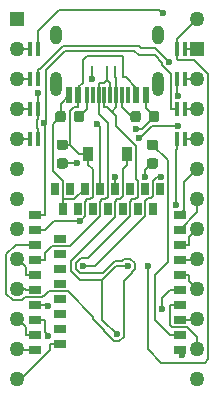
<source format=gtl>
G04 #@! TF.GenerationSoftware,KiCad,Pcbnew,(5.1.6)-1*
G04 #@! TF.CreationDate,2020-06-11T17:33:57+01:00*
G04 #@! TF.ProjectId,nrfmicro,6e72666d-6963-4726-9f2e-6b696361645f,rev?*
G04 #@! TF.SameCoordinates,Original*
G04 #@! TF.FileFunction,Copper,L1,Top*
G04 #@! TF.FilePolarity,Positive*
%FSLAX46Y46*%
G04 Gerber Fmt 4.6, Leading zero omitted, Abs format (unit mm)*
G04 Created by KiCad (PCBNEW (5.1.6)-1) date 2020-06-11 17:33:57*
%MOMM*%
%LPD*%
G01*
G04 APERTURE LIST*
G04 #@! TA.AperFunction,ComponentPad*
%ADD10R,1.000000X0.650000*%
G04 #@! TD*
G04 #@! TA.AperFunction,SMDPad,CuDef*
%ADD11R,1.000000X0.650000*%
G04 #@! TD*
G04 #@! TA.AperFunction,SMDPad,CuDef*
%ADD12R,0.650000X1.000000*%
G04 #@! TD*
G04 #@! TA.AperFunction,ComponentPad*
%ADD13R,0.650000X1.000000*%
G04 #@! TD*
G04 #@! TA.AperFunction,SMDPad,CuDef*
%ADD14R,0.600000X1.450000*%
G04 #@! TD*
G04 #@! TA.AperFunction,SMDPad,CuDef*
%ADD15R,0.300000X1.450000*%
G04 #@! TD*
G04 #@! TA.AperFunction,ComponentPad*
%ADD16O,1.000000X2.100000*%
G04 #@! TD*
G04 #@! TA.AperFunction,ComponentPad*
%ADD17O,1.000000X1.600000*%
G04 #@! TD*
G04 #@! TA.AperFunction,SMDPad,CuDef*
%ADD18R,0.900000X1.200000*%
G04 #@! TD*
G04 #@! TA.AperFunction,ComponentPad*
%ADD19R,1.250000X1.250000*%
G04 #@! TD*
G04 #@! TA.AperFunction,ComponentPad*
%ADD20C,1.270000*%
G04 #@! TD*
G04 #@! TA.AperFunction,ComponentPad*
%ADD21R,1.270000X1.270000*%
G04 #@! TD*
G04 #@! TA.AperFunction,SMDPad,CuDef*
%ADD22R,0.400000X1.143000*%
G04 #@! TD*
G04 #@! TA.AperFunction,ViaPad*
%ADD23C,0.600000*%
G04 #@! TD*
G04 #@! TA.AperFunction,Conductor*
%ADD24C,0.200000*%
G04 #@! TD*
G04 APERTURE END LIST*
D10*
X99761000Y-128415000D03*
D11*
X109921000Y-126383000D03*
X109921000Y-127653000D03*
X109921000Y-128923000D03*
X109921000Y-130193000D03*
X109921000Y-131463000D03*
X109921000Y-132733000D03*
X109921000Y-134003000D03*
X109921000Y-135273000D03*
X109921000Y-136543000D03*
X109921000Y-137813000D03*
X97683000Y-130193000D03*
X97683000Y-137813000D03*
X97683000Y-131463000D03*
X97683000Y-136543000D03*
X97683000Y-135273000D03*
X97683000Y-134003000D03*
X97683000Y-128923000D03*
X97683000Y-132733000D03*
X97683000Y-127653000D03*
X97683000Y-126383000D03*
D12*
X100652000Y-124164000D03*
X108272000Y-124164000D03*
X101922000Y-124164000D03*
X107002000Y-124164000D03*
X105732000Y-124164000D03*
X104462000Y-124164000D03*
X99382000Y-124164000D03*
X103192000Y-124164000D03*
D10*
X99761000Y-129685000D03*
X99761000Y-130955000D03*
X99761000Y-132225000D03*
X99761000Y-133495000D03*
X99761000Y-134765000D03*
X99761000Y-136035000D03*
X99761000Y-137305000D03*
D13*
X106365000Y-125875000D03*
X107635000Y-125875000D03*
X102555000Y-125875000D03*
X105095000Y-125875000D03*
X101285000Y-125875000D03*
X100015000Y-125875000D03*
X103825000Y-125875000D03*
D14*
X100577000Y-116238000D03*
X107027000Y-116238000D03*
X101352000Y-116238000D03*
X106252000Y-116238000D03*
D15*
X105552000Y-116238000D03*
X102052000Y-116238000D03*
X105052000Y-116238000D03*
X102552000Y-116238000D03*
X104552000Y-116238000D03*
X103052000Y-116238000D03*
X103552000Y-116238000D03*
X104052000Y-116238000D03*
D16*
X108122000Y-115323000D03*
X99482000Y-115323000D03*
D17*
X108122000Y-111143000D03*
X99482000Y-111143000D03*
D18*
X102152000Y-121243000D03*
X105452000Y-121243000D03*
G04 #@! TA.AperFunction,SMDPad,CuDef*
G36*
G01*
X107327000Y-118324250D02*
X107327000Y-117811750D01*
G75*
G02*
X107545750Y-117593000I218750J0D01*
G01*
X107983250Y-117593000D01*
G75*
G02*
X108202000Y-117811750I0J-218750D01*
G01*
X108202000Y-118324250D01*
G75*
G02*
X107983250Y-118543000I-218750J0D01*
G01*
X107545750Y-118543000D01*
G75*
G02*
X107327000Y-118324250I0J218750D01*
G01*
G37*
G04 #@! TD.AperFunction*
G04 #@! TA.AperFunction,SMDPad,CuDef*
G36*
G01*
X105752000Y-118324250D02*
X105752000Y-117811750D01*
G75*
G02*
X105970750Y-117593000I218750J0D01*
G01*
X106408250Y-117593000D01*
G75*
G02*
X106627000Y-117811750I0J-218750D01*
G01*
X106627000Y-118324250D01*
G75*
G02*
X106408250Y-118543000I-218750J0D01*
G01*
X105970750Y-118543000D01*
G75*
G02*
X105752000Y-118324250I0J218750D01*
G01*
G37*
G04 #@! TD.AperFunction*
G04 #@! TA.AperFunction,SMDPad,CuDef*
G36*
G01*
X100277000Y-117811750D02*
X100277000Y-118324250D01*
G75*
G02*
X100058250Y-118543000I-218750J0D01*
G01*
X99620750Y-118543000D01*
G75*
G02*
X99402000Y-118324250I0J218750D01*
G01*
X99402000Y-117811750D01*
G75*
G02*
X99620750Y-117593000I218750J0D01*
G01*
X100058250Y-117593000D01*
G75*
G02*
X100277000Y-117811750I0J-218750D01*
G01*
G37*
G04 #@! TD.AperFunction*
G04 #@! TA.AperFunction,SMDPad,CuDef*
G36*
G01*
X101852000Y-117811750D02*
X101852000Y-118324250D01*
G75*
G02*
X101633250Y-118543000I-218750J0D01*
G01*
X101195750Y-118543000D01*
G75*
G02*
X100977000Y-118324250I0J218750D01*
G01*
X100977000Y-117811750D01*
G75*
G02*
X101195750Y-117593000I218750J0D01*
G01*
X101633250Y-117593000D01*
G75*
G02*
X101852000Y-117811750I0J-218750D01*
G01*
G37*
G04 #@! TD.AperFunction*
D19*
X111422000Y-112353000D03*
D20*
X111422000Y-114893000D03*
X111422000Y-117433000D03*
X111422000Y-119973000D03*
X111422000Y-122513000D03*
X111422000Y-125053000D03*
X111422000Y-127593000D03*
X111422000Y-130133000D03*
X111422000Y-132673000D03*
X111422000Y-135213000D03*
X111422000Y-137753000D03*
X111422000Y-140293000D03*
X96182000Y-140293000D03*
X96182000Y-137753000D03*
X96182000Y-135213000D03*
X96182000Y-132673000D03*
X96182000Y-130133000D03*
X96182000Y-127593000D03*
X96182000Y-125053000D03*
X96182000Y-122513000D03*
X96182000Y-119973000D03*
X96182000Y-117433000D03*
X96182000Y-114893000D03*
X96182000Y-112353000D03*
X111421533Y-109812775D03*
D21*
X96181533Y-109812775D03*
D22*
X97261000Y-112353000D03*
X97896000Y-112353000D03*
X97261000Y-117433000D03*
X97896000Y-117433000D03*
X110342500Y-112353000D03*
X109707500Y-112353000D03*
X110342500Y-119973000D03*
X109707500Y-119973000D03*
X97261000Y-114893000D03*
X97896000Y-114893000D03*
X97261000Y-119973000D03*
X97896000Y-119973000D03*
X110342500Y-114893000D03*
X109707500Y-114893000D03*
X110342500Y-117433000D03*
X109707500Y-117433000D03*
G04 #@! TA.AperFunction,SMDPad,CuDef*
G36*
G01*
X100247750Y-120893000D02*
X99735250Y-120893000D01*
G75*
G02*
X99516500Y-120674250I0J218750D01*
G01*
X99516500Y-120236750D01*
G75*
G02*
X99735250Y-120018000I218750J0D01*
G01*
X100247750Y-120018000D01*
G75*
G02*
X100466500Y-120236750I0J-218750D01*
G01*
X100466500Y-120674250D01*
G75*
G02*
X100247750Y-120893000I-218750J0D01*
G01*
G37*
G04 #@! TD.AperFunction*
G04 #@! TA.AperFunction,SMDPad,CuDef*
G36*
G01*
X100247750Y-122468000D02*
X99735250Y-122468000D01*
G75*
G02*
X99516500Y-122249250I0J218750D01*
G01*
X99516500Y-121811750D01*
G75*
G02*
X99735250Y-121593000I218750J0D01*
G01*
X100247750Y-121593000D01*
G75*
G02*
X100466500Y-121811750I0J-218750D01*
G01*
X100466500Y-122249250D01*
G75*
G02*
X100247750Y-122468000I-218750J0D01*
G01*
G37*
G04 #@! TD.AperFunction*
G04 #@! TA.AperFunction,SMDPad,CuDef*
G36*
G01*
X107868250Y-120893000D02*
X107355750Y-120893000D01*
G75*
G02*
X107137000Y-120674250I0J218750D01*
G01*
X107137000Y-120236750D01*
G75*
G02*
X107355750Y-120018000I218750J0D01*
G01*
X107868250Y-120018000D01*
G75*
G02*
X108087000Y-120236750I0J-218750D01*
G01*
X108087000Y-120674250D01*
G75*
G02*
X107868250Y-120893000I-218750J0D01*
G01*
G37*
G04 #@! TD.AperFunction*
G04 #@! TA.AperFunction,SMDPad,CuDef*
G36*
G01*
X107868250Y-122468000D02*
X107355750Y-122468000D01*
G75*
G02*
X107137000Y-122249250I0J218750D01*
G01*
X107137000Y-121811750D01*
G75*
G02*
X107355750Y-121593000I218750J0D01*
G01*
X107868250Y-121593000D01*
G75*
G02*
X108087000Y-121811750I0J-218750D01*
G01*
X108087000Y-122249250D01*
G75*
G02*
X107868250Y-122468000I-218750J0D01*
G01*
G37*
G04 #@! TD.AperFunction*
D23*
X106197500Y-119102400D03*
X108458900Y-134401900D03*
X102479500Y-114924000D03*
X102893700Y-118678400D03*
X109642300Y-125517500D03*
X98467500Y-118632700D03*
X101443700Y-126875400D03*
X107249200Y-130732700D03*
X110151533Y-138260775D03*
X109044900Y-113484000D03*
X108490000Y-109335200D03*
X108303500Y-123155600D03*
X101718800Y-130748800D03*
X107020600Y-123163600D03*
X101199200Y-121968600D03*
X98804200Y-136612900D03*
X98808400Y-134076700D03*
X104470300Y-123161800D03*
X97897400Y-116103300D03*
X106450200Y-119902800D03*
X109810900Y-118869200D03*
X109810900Y-116348300D03*
X104575500Y-136471700D03*
X105506900Y-130741900D03*
D24*
X107764500Y-118068000D02*
X106730100Y-119102400D01*
X106730100Y-119102400D02*
X106197500Y-119102400D01*
X100015000Y-125074700D02*
X100015000Y-123504800D01*
X100015000Y-123504800D02*
X99204100Y-122693900D01*
X99204100Y-122693900D02*
X99204100Y-118703400D01*
X99204100Y-118703400D02*
X99839500Y-118068000D01*
X101922000Y-124164000D02*
X101011300Y-125074700D01*
X101011300Y-125074700D02*
X100015000Y-125074700D01*
X100015000Y-125875000D02*
X100015000Y-125074700D01*
X107764500Y-118068000D02*
X107027000Y-117330500D01*
X107027000Y-117330500D02*
X107027000Y-116238000D01*
X109120700Y-132733000D02*
X108458900Y-133394800D01*
X108458900Y-133394800D02*
X108458900Y-134401900D01*
X109921000Y-132733000D02*
X109120700Y-132733000D01*
X102502000Y-113817000D02*
X102502000Y-114901500D01*
X102502000Y-114901500D02*
X102479500Y-114924000D01*
X100577000Y-116238000D02*
X99839500Y-116975500D01*
X99839500Y-116975500D02*
X99839500Y-118068000D01*
X102893700Y-118678400D02*
X103192000Y-118976700D01*
X103192000Y-118976700D02*
X103192000Y-124164000D01*
X109707500Y-120844800D02*
X109642300Y-120910000D01*
X109642300Y-120910000D02*
X109642300Y-125517500D01*
X109707500Y-119973000D02*
X109707500Y-120844800D01*
X98483300Y-118632700D02*
X98467500Y-118632700D01*
X109207200Y-117433000D02*
X109207200Y-114495200D01*
X109207200Y-114495200D02*
X108444600Y-113732600D01*
X108444600Y-113732600D02*
X108444600Y-113505500D01*
X108444600Y-113505500D02*
X107832500Y-112893400D01*
X107832500Y-112893400D02*
X106480300Y-112893400D01*
X106480300Y-112893400D02*
X106080100Y-112493200D01*
X106080100Y-112493200D02*
X100180900Y-112493200D01*
X100180900Y-112493200D02*
X98581500Y-114092600D01*
X98581500Y-114092600D02*
X98581500Y-118534500D01*
X98581500Y-118534500D02*
X98483300Y-118632700D01*
X98483300Y-126383000D02*
X98483300Y-118632700D01*
X109707500Y-117433000D02*
X109207200Y-117433000D01*
X97683000Y-126383000D02*
X98483300Y-126383000D01*
X109921000Y-130193000D02*
X111362000Y-130193000D01*
X111362000Y-130193000D02*
X111422000Y-130133000D01*
X109921000Y-128923000D02*
X110721300Y-128923000D01*
X110721300Y-128923000D02*
X110721300Y-128293700D01*
X110721300Y-128293700D02*
X111422000Y-127593000D01*
X109921000Y-126383000D02*
X110297500Y-126006500D01*
X110297500Y-126006500D02*
X110297500Y-123637500D01*
X110297500Y-123637500D02*
X111422000Y-122513000D01*
X109921000Y-127653000D02*
X111422000Y-126152000D01*
X111422000Y-126152000D02*
X111422000Y-125053000D01*
X97683000Y-137813000D02*
X96242000Y-137813000D01*
X96242000Y-137813000D02*
X96182000Y-137753000D01*
X97683000Y-136543000D02*
X96882700Y-136543000D01*
X96882700Y-136543000D02*
X96882700Y-135913700D01*
X96882700Y-135913700D02*
X96182000Y-135213000D01*
X105102000Y-113817000D02*
X105102000Y-114717300D01*
X105102000Y-114717300D02*
X105350600Y-114717300D01*
X105350600Y-114717300D02*
X106252000Y-115618700D01*
X106252000Y-115618700D02*
X106252000Y-116238000D01*
X105102000Y-113810600D02*
X105102000Y-113817000D01*
X101401700Y-121243000D02*
X100675800Y-120517100D01*
X100675800Y-120517100D02*
X100675800Y-120455500D01*
X100675800Y-120455500D02*
X100675800Y-117597500D01*
X100675800Y-117597500D02*
X101010000Y-117263300D01*
X101010000Y-117263300D02*
X101352000Y-117263300D01*
X100675800Y-120455500D02*
X99991500Y-120455500D01*
X101352000Y-116238000D02*
X101352000Y-117263300D01*
X102152000Y-121243000D02*
X101401700Y-121243000D01*
X101443700Y-126875400D02*
X101560500Y-126875400D01*
X101560500Y-126875400D02*
X101910400Y-126525500D01*
X101910400Y-126525500D02*
X101910400Y-125265600D01*
X101910400Y-125265600D02*
X102101400Y-125074600D01*
X102101400Y-125074600D02*
X102324500Y-125074600D01*
X102324500Y-125074600D02*
X102547300Y-124851800D01*
X102547300Y-124851800D02*
X102547300Y-122538600D01*
X102547300Y-122538600D02*
X102152000Y-122143300D01*
X101443700Y-126875400D02*
X99260900Y-126875400D01*
X99260900Y-126875400D02*
X98483300Y-127653000D01*
X97683000Y-127653000D02*
X98483300Y-127653000D01*
X102152000Y-121243000D02*
X102152000Y-122143300D01*
X105102000Y-112916700D02*
X102090400Y-112916700D01*
X102090400Y-112916700D02*
X101696200Y-113310900D01*
X101696200Y-113310900D02*
X101696200Y-115191600D01*
X101696200Y-115191600D02*
X101352000Y-115535800D01*
X101352000Y-115535800D02*
X101352000Y-116238000D01*
X105102000Y-113810600D02*
X105102000Y-112916700D01*
X111422000Y-109686000D02*
X111422000Y-109766700D01*
X111422000Y-109766700D02*
X109707500Y-111481200D01*
X109707500Y-112353000D02*
X109707500Y-111481200D01*
X111138200Y-113278800D02*
X109761500Y-113278800D01*
X112357400Y-114498000D02*
X111138200Y-113278800D01*
X107249200Y-137771442D02*
X108373533Y-138895775D01*
X107249200Y-130732700D02*
X107249200Y-137771442D01*
X108373533Y-138895775D02*
X112056533Y-138895775D01*
X109707500Y-113224800D02*
X109707500Y-112353000D01*
X112056533Y-138895775D02*
X112357400Y-138594908D01*
X109761500Y-113278800D02*
X109707500Y-113224800D01*
X112357400Y-138594908D02*
X112357400Y-114498000D01*
X98483300Y-130193000D02*
X98483300Y-129645900D01*
X98483300Y-129645900D02*
X99069600Y-129059600D01*
X99069600Y-129059600D02*
X100632000Y-129059600D01*
X100632000Y-129059600D02*
X103180400Y-126511200D01*
X103180400Y-126511200D02*
X103180400Y-125265600D01*
X103180400Y-125265600D02*
X103371400Y-125074600D01*
X103371400Y-125074600D02*
X103594500Y-125074600D01*
X103594500Y-125074600D02*
X103817300Y-124851800D01*
X103817300Y-124851800D02*
X103817300Y-118582300D01*
X103817300Y-118582300D02*
X103052000Y-117817000D01*
X103052000Y-117817000D02*
X103052000Y-116238000D01*
X97683000Y-130193000D02*
X98483300Y-130193000D01*
X103052000Y-115212700D02*
X103497600Y-115212700D01*
X103497600Y-115212700D02*
X103774800Y-114935500D01*
X103802000Y-113817000D02*
X103802000Y-114908300D01*
X103802000Y-114908300D02*
X103774800Y-114935500D01*
X104052000Y-115212700D02*
X103774800Y-114935500D01*
X104052000Y-116238000D02*
X104052000Y-115212700D01*
X103052000Y-116238000D02*
X103052000Y-115212700D01*
X104158400Y-117656900D02*
X104512500Y-118011100D01*
X104512500Y-118011100D02*
X104512500Y-118827600D01*
X104512500Y-118827600D02*
X106208400Y-120523500D01*
X106208400Y-120523500D02*
X106208400Y-123385800D01*
X106208400Y-123385800D02*
X106357300Y-123534700D01*
X106357300Y-123534700D02*
X106357300Y-124851800D01*
X106357300Y-124851800D02*
X106134500Y-125074600D01*
X106134500Y-125074600D02*
X105911400Y-125074600D01*
X105911400Y-125074600D02*
X105720400Y-125265600D01*
X105720400Y-125265600D02*
X105720400Y-126501200D01*
X105720400Y-126501200D02*
X102135800Y-130085800D01*
X102135800Y-130085800D02*
X101532900Y-130085800D01*
X101532900Y-130085800D02*
X101118500Y-130500200D01*
X101118500Y-130500200D02*
X101118500Y-130997400D01*
X101118500Y-130997400D02*
X101470200Y-131349100D01*
X101470200Y-131349100D02*
X101977900Y-131349100D01*
X101977900Y-131349100D02*
X102040600Y-131286400D01*
X102040600Y-131286400D02*
X103407100Y-131286400D01*
X103407100Y-131286400D02*
X104422900Y-130270600D01*
X104422900Y-130270600D02*
X105052900Y-130270600D01*
X105052900Y-130270600D02*
X105089600Y-130233900D01*
X105089600Y-130233900D02*
X105098900Y-130233900D01*
X105098900Y-130233900D02*
X105191200Y-130141600D01*
X105191200Y-130141600D02*
X105755600Y-130141600D01*
X105755600Y-130141600D02*
X106107200Y-130493200D01*
X106107200Y-130493200D02*
X106107200Y-130990600D01*
X106107200Y-130990600D02*
X106065300Y-131032500D01*
X106065300Y-131032500D02*
X106065300Y-131082900D01*
X106065300Y-131082900D02*
X105877400Y-131270800D01*
X105877400Y-131270800D02*
X105877400Y-131290600D01*
X105877400Y-131290600D02*
X105175800Y-131992200D01*
X105175800Y-131992200D02*
X105175800Y-136720400D01*
X105175800Y-136720400D02*
X104824200Y-137072000D01*
X104824200Y-137072000D02*
X104318500Y-137072000D01*
X104318500Y-137072000D02*
X103506000Y-136259500D01*
X103506000Y-136259500D02*
X103506000Y-136144800D01*
X103506000Y-136144800D02*
X102566600Y-135205400D01*
X102566600Y-135205400D02*
X102566600Y-135010100D01*
X102566600Y-135010100D02*
X100426100Y-132869600D01*
X100426100Y-132869600D02*
X98837500Y-132869600D01*
X98837500Y-132869600D02*
X98547300Y-133159800D01*
X98547300Y-133159800D02*
X98510000Y-133159800D01*
X98510000Y-133159800D02*
X98509800Y-133160000D01*
X98509800Y-133160000D02*
X98508700Y-133160000D01*
X98508700Y-133160000D02*
X98504500Y-133164200D01*
X98504500Y-133164200D02*
X98504400Y-133164200D01*
X98504400Y-133164200D02*
X98291000Y-133377600D01*
X98291000Y-133377600D02*
X96800400Y-133377600D01*
X96800400Y-133377600D02*
X96550000Y-133628000D01*
X96550000Y-133628000D02*
X95792700Y-133628000D01*
X95792700Y-133628000D02*
X95240500Y-133075800D01*
X95240500Y-133075800D02*
X95240500Y-129733400D01*
X95240500Y-129733400D02*
X96050900Y-128923000D01*
X96050900Y-128923000D02*
X97683000Y-128923000D01*
X103552000Y-117263300D02*
X103764700Y-117263300D01*
X103764700Y-117263300D02*
X104158400Y-117656900D01*
X104158400Y-117656900D02*
X104552000Y-117263300D01*
X103552000Y-116238000D02*
X103552000Y-117263300D01*
X104552000Y-116238000D02*
X104552000Y-117263300D01*
X104452000Y-114267100D02*
X104452000Y-113817000D01*
X104452000Y-114267100D02*
X104452000Y-114717300D01*
X104552000Y-116238000D02*
X104552000Y-114817300D01*
X104552000Y-114817300D02*
X104452000Y-114717300D01*
X109921000Y-131463000D02*
X110721300Y-131463000D01*
X110721300Y-131463000D02*
X110721300Y-131972300D01*
X110721300Y-131972300D02*
X111422000Y-132673000D01*
X111202532Y-140073532D02*
X111422000Y-140293000D01*
X109921000Y-137813000D02*
X109921000Y-137903242D01*
X109921000Y-137813000D02*
X109921000Y-138030242D01*
X109921000Y-138030242D02*
X110151533Y-138260775D01*
X97683000Y-131463000D02*
X96882700Y-131463000D01*
X96882700Y-131463000D02*
X96882700Y-130833700D01*
X96882700Y-130833700D02*
X96182000Y-130133000D01*
X97683000Y-132733000D02*
X96882700Y-132733000D01*
X96882700Y-132733000D02*
X96822700Y-132673000D01*
X96822700Y-132673000D02*
X96182000Y-132673000D01*
X109120700Y-136543000D02*
X107858600Y-135280900D01*
X107858600Y-135280900D02*
X107858600Y-131485000D01*
X107858600Y-131485000D02*
X108936900Y-130406700D01*
X108936900Y-130406700D02*
X108936900Y-121780400D01*
X108936900Y-121780400D02*
X107612000Y-120455500D01*
X109921000Y-136543000D02*
X109120700Y-136543000D01*
X109921000Y-135273000D02*
X110721300Y-135273000D01*
X110721300Y-135273000D02*
X110781300Y-135213000D01*
X110781300Y-135213000D02*
X111422000Y-135213000D01*
X109921000Y-134003000D02*
X109120700Y-134003000D01*
X109120700Y-134003000D02*
X109120700Y-135722500D01*
X109120700Y-135722500D02*
X109296600Y-135898400D01*
X109296600Y-135898400D02*
X110548000Y-135898400D01*
X110548000Y-135898400D02*
X111422000Y-136772400D01*
X111422000Y-136772400D02*
X111422000Y-137753000D01*
X97896000Y-114893000D02*
X97896000Y-114021200D01*
X109044900Y-113484000D02*
X107854000Y-112293100D01*
X107854000Y-112293100D02*
X106646400Y-112293100D01*
X106646400Y-112293100D02*
X106445800Y-112092500D01*
X106445800Y-112092500D02*
X100015300Y-112092500D01*
X100015300Y-112092500D02*
X98086600Y-114021200D01*
X98086600Y-114021200D02*
X97896000Y-114021200D01*
X97896000Y-112353000D02*
X97896000Y-110824100D01*
X97896000Y-110824100D02*
X99670900Y-109049200D01*
X99670900Y-109049200D02*
X108204000Y-109049200D01*
X108204000Y-109049200D02*
X108490000Y-109335200D01*
X108303500Y-123155600D02*
X108030700Y-123155600D01*
X108030700Y-123155600D02*
X107646700Y-123539600D01*
X107646700Y-123539600D02*
X107646700Y-124769000D01*
X107646700Y-124769000D02*
X107451400Y-124964300D01*
X107451400Y-124964300D02*
X107263900Y-124964300D01*
X107263900Y-124964300D02*
X106990400Y-125237800D01*
X106990400Y-125237800D02*
X106990400Y-126513900D01*
X106990400Y-126513900D02*
X102755500Y-130748800D01*
X102755500Y-130748800D02*
X101718800Y-130748800D01*
X110342500Y-112353000D02*
X111422000Y-112353000D01*
X110342500Y-114893000D02*
X111422000Y-114893000D01*
X110342500Y-117433000D02*
X111422000Y-117433000D01*
X110342500Y-119973000D02*
X111422000Y-119973000D01*
X97261000Y-119973000D02*
X96182000Y-119973000D01*
X97261000Y-117433000D02*
X96182000Y-117433000D01*
X97261000Y-114893000D02*
X96182000Y-114893000D01*
X97261000Y-112353000D02*
X96182000Y-112353000D01*
X107612000Y-122030500D02*
X107020600Y-122621900D01*
X107020600Y-122621900D02*
X107020600Y-123163600D01*
X99761000Y-137305000D02*
X98960700Y-137305000D01*
X98960700Y-137305000D02*
X98960700Y-137826300D01*
X98960700Y-137826300D02*
X96494000Y-140293000D01*
X96494000Y-140293000D02*
X96182000Y-140293000D01*
X99991500Y-122030500D02*
X101137300Y-122030500D01*
X101137300Y-122030500D02*
X101199200Y-121968600D01*
X98483300Y-135273000D02*
X98483300Y-136292000D01*
X98483300Y-136292000D02*
X98804200Y-136612900D01*
X97683000Y-135273000D02*
X98483300Y-135273000D01*
X98483300Y-134003000D02*
X98734700Y-134003000D01*
X98734700Y-134003000D02*
X98808400Y-134076700D01*
X97683000Y-134003000D02*
X98483300Y-134003000D01*
X104462000Y-124164000D02*
X104462000Y-123170100D01*
X104462000Y-123170100D02*
X104470300Y-123161800D01*
X109810900Y-118869200D02*
X107593200Y-118869200D01*
X107593200Y-118869200D02*
X106559600Y-119902800D01*
X106559600Y-119902800D02*
X106450200Y-119902800D01*
X97896000Y-116561200D02*
X97896000Y-116104700D01*
X97896000Y-116104700D02*
X97897400Y-116103300D01*
X97896000Y-117433000D02*
X97896000Y-116561200D01*
X97896000Y-119973000D02*
X97896000Y-119101200D01*
X97896000Y-117433000D02*
X97896000Y-118304800D01*
X97896000Y-118304800D02*
X97867200Y-118333600D01*
X97867200Y-118333600D02*
X97867200Y-119072400D01*
X97867200Y-119072400D02*
X97896000Y-119101200D01*
X109707500Y-114893000D02*
X109707500Y-116244900D01*
X109707500Y-116244900D02*
X109810900Y-116348300D01*
X105452000Y-122143300D02*
X105104200Y-122491100D01*
X105104200Y-122491100D02*
X105104200Y-124834900D01*
X105104200Y-124834900D02*
X104864500Y-125074600D01*
X104864500Y-125074600D02*
X104641400Y-125074600D01*
X104641400Y-125074600D02*
X104450400Y-125265600D01*
X104450400Y-125265600D02*
X104450400Y-126538700D01*
X104450400Y-126538700D02*
X100718200Y-130270900D01*
X100718200Y-130270900D02*
X100718200Y-131163200D01*
X100718200Y-131163200D02*
X101453200Y-131898200D01*
X101453200Y-131898200D02*
X103361400Y-131898200D01*
X103361400Y-131898200D02*
X104517700Y-130741900D01*
X104517700Y-130741900D02*
X105506900Y-130741900D01*
X103361400Y-131898200D02*
X103361400Y-135257600D01*
X103361400Y-135257600D02*
X104575500Y-136471700D01*
X105452000Y-121243000D02*
X105452000Y-122143300D01*
X101414500Y-118068000D02*
X102052000Y-117430500D01*
X102052000Y-117430500D02*
X102052000Y-116238000D01*
X105052000Y-116238000D02*
X105052000Y-117263300D01*
X106189500Y-118068000D02*
X105856700Y-118068000D01*
X105856700Y-118068000D02*
X105052000Y-117263300D01*
M02*

</source>
